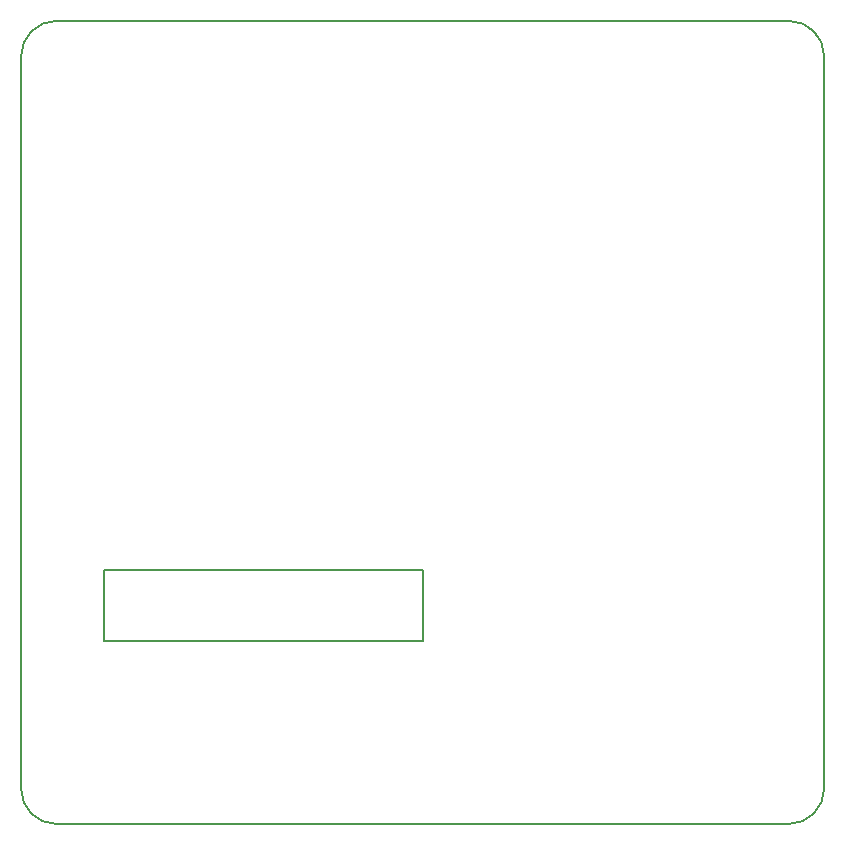
<source format=gm1>
%TF.GenerationSoftware,KiCad,Pcbnew,7.0.2-0*%
%TF.CreationDate,2023-12-02T21:38:18-08:00*%
%TF.ProjectId,RPi_interface,5250695f-696e-4746-9572-666163652e6b,1.0*%
%TF.SameCoordinates,Original*%
%TF.FileFunction,Profile,NP*%
%FSLAX46Y46*%
G04 Gerber Fmt 4.6, Leading zero omitted, Abs format (unit mm)*
G04 Created by KiCad (PCBNEW 7.0.2-0) date 2023-12-02 21:38:18*
%MOMM*%
%LPD*%
G01*
G04 APERTURE LIST*
%TA.AperFunction,Profile*%
%ADD10C,0.150000*%
%TD*%
G04 APERTURE END LIST*
D10*
X155000000Y-45000000D02*
X93000000Y-45000000D01*
X124000000Y-97500000D02*
X97000000Y-97500000D01*
X155000000Y-113000000D02*
X93000000Y-113000000D01*
X93000000Y-45000000D02*
G75*
G03*
X90000000Y-48000000I0J-3000000D01*
G01*
X90000000Y-110000000D02*
G75*
G03*
X93000000Y-113000000I3000000J0D01*
G01*
X155000000Y-113000000D02*
G75*
G03*
X158000000Y-110000000I0J3000000D01*
G01*
X124000000Y-91500000D02*
X124000000Y-97500000D01*
X90000000Y-48000000D02*
X90000000Y-110000000D01*
X158000000Y-48000000D02*
G75*
G03*
X155000000Y-45000000I-3000000J0D01*
G01*
X158000000Y-110000000D02*
X158000000Y-48000000D01*
X97000000Y-91500000D02*
X97000000Y-97500000D01*
X97000000Y-91500000D02*
X124000000Y-91500000D01*
M02*

</source>
